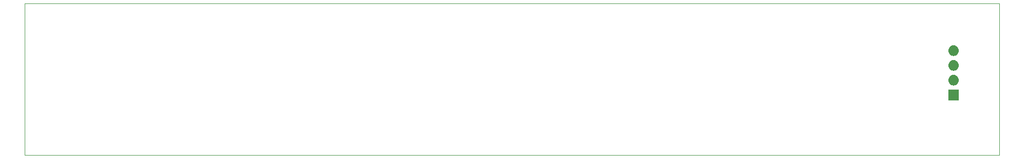
<source format=gbr>
G04 #@! TF.GenerationSoftware,KiCad,Pcbnew,(5.1.4)-1*
G04 #@! TF.CreationDate,2019-10-05T20:16:33-07:00*
G04 #@! TF.ProjectId,teh,7465682e-6b69-4636-9164-5f7063625858,rev?*
G04 #@! TF.SameCoordinates,Original*
G04 #@! TF.FileFunction,Soldermask,Bot*
G04 #@! TF.FilePolarity,Negative*
%FSLAX46Y46*%
G04 Gerber Fmt 4.6, Leading zero omitted, Abs format (unit mm)*
G04 Created by KiCad (PCBNEW (5.1.4)-1) date 2019-10-05 20:16:33*
%MOMM*%
%LPD*%
G04 APERTURE LIST*
%ADD10C,0.050000*%
%ADD11C,0.150000*%
G04 APERTURE END LIST*
D10*
X91440000Y-38100000D02*
X258445000Y-38100000D01*
X91440000Y-64135000D02*
X91440000Y-38100000D01*
X258445000Y-64135000D02*
X91440000Y-64135000D01*
X258445000Y-38100000D02*
X258445000Y-64135000D01*
D11*
G36*
X251497400Y-54698200D02*
G01*
X249695400Y-54698200D01*
X249695400Y-52896200D01*
X251497400Y-52896200D01*
X251497400Y-54698200D01*
X251497400Y-54698200D01*
G37*
G36*
X250706842Y-50362718D02*
G01*
X250773027Y-50369237D01*
X250942866Y-50420757D01*
X251099391Y-50504422D01*
X251135129Y-50533752D01*
X251236586Y-50617014D01*
X251319848Y-50718471D01*
X251349178Y-50754209D01*
X251432843Y-50910734D01*
X251484363Y-51080573D01*
X251501759Y-51257200D01*
X251484363Y-51433827D01*
X251432843Y-51603666D01*
X251349178Y-51760191D01*
X251319848Y-51795929D01*
X251236586Y-51897386D01*
X251135129Y-51980648D01*
X251099391Y-52009978D01*
X250942866Y-52093643D01*
X250773027Y-52145163D01*
X250706842Y-52151682D01*
X250640660Y-52158200D01*
X250552140Y-52158200D01*
X250485958Y-52151682D01*
X250419773Y-52145163D01*
X250249934Y-52093643D01*
X250093409Y-52009978D01*
X250057671Y-51980648D01*
X249956214Y-51897386D01*
X249872952Y-51795929D01*
X249843622Y-51760191D01*
X249759957Y-51603666D01*
X249708437Y-51433827D01*
X249691041Y-51257200D01*
X249708437Y-51080573D01*
X249759957Y-50910734D01*
X249843622Y-50754209D01*
X249872952Y-50718471D01*
X249956214Y-50617014D01*
X250057671Y-50533752D01*
X250093409Y-50504422D01*
X250249934Y-50420757D01*
X250419773Y-50369237D01*
X250485957Y-50362719D01*
X250552140Y-50356200D01*
X250640660Y-50356200D01*
X250706842Y-50362718D01*
X250706842Y-50362718D01*
G37*
G36*
X250706842Y-47822718D02*
G01*
X250773027Y-47829237D01*
X250942866Y-47880757D01*
X251099391Y-47964422D01*
X251135129Y-47993752D01*
X251236586Y-48077014D01*
X251319848Y-48178471D01*
X251349178Y-48214209D01*
X251432843Y-48370734D01*
X251484363Y-48540573D01*
X251501759Y-48717200D01*
X251484363Y-48893827D01*
X251432843Y-49063666D01*
X251349178Y-49220191D01*
X251319848Y-49255929D01*
X251236586Y-49357386D01*
X251135129Y-49440648D01*
X251099391Y-49469978D01*
X250942866Y-49553643D01*
X250773027Y-49605163D01*
X250706843Y-49611681D01*
X250640660Y-49618200D01*
X250552140Y-49618200D01*
X250485958Y-49611682D01*
X250419773Y-49605163D01*
X250249934Y-49553643D01*
X250093409Y-49469978D01*
X250057671Y-49440648D01*
X249956214Y-49357386D01*
X249872952Y-49255929D01*
X249843622Y-49220191D01*
X249759957Y-49063666D01*
X249708437Y-48893827D01*
X249691041Y-48717200D01*
X249708437Y-48540573D01*
X249759957Y-48370734D01*
X249843622Y-48214209D01*
X249872952Y-48178471D01*
X249956214Y-48077014D01*
X250057671Y-47993752D01*
X250093409Y-47964422D01*
X250249934Y-47880757D01*
X250419773Y-47829237D01*
X250485958Y-47822718D01*
X250552140Y-47816200D01*
X250640660Y-47816200D01*
X250706842Y-47822718D01*
X250706842Y-47822718D01*
G37*
G36*
X250706843Y-45282719D02*
G01*
X250773027Y-45289237D01*
X250942866Y-45340757D01*
X251099391Y-45424422D01*
X251135129Y-45453752D01*
X251236586Y-45537014D01*
X251319848Y-45638471D01*
X251349178Y-45674209D01*
X251432843Y-45830734D01*
X251484363Y-46000573D01*
X251501759Y-46177200D01*
X251484363Y-46353827D01*
X251432843Y-46523666D01*
X251349178Y-46680191D01*
X251319848Y-46715929D01*
X251236586Y-46817386D01*
X251135129Y-46900648D01*
X251099391Y-46929978D01*
X250942866Y-47013643D01*
X250773027Y-47065163D01*
X250706843Y-47071681D01*
X250640660Y-47078200D01*
X250552140Y-47078200D01*
X250485957Y-47071681D01*
X250419773Y-47065163D01*
X250249934Y-47013643D01*
X250093409Y-46929978D01*
X250057671Y-46900648D01*
X249956214Y-46817386D01*
X249872952Y-46715929D01*
X249843622Y-46680191D01*
X249759957Y-46523666D01*
X249708437Y-46353827D01*
X249691041Y-46177200D01*
X249708437Y-46000573D01*
X249759957Y-45830734D01*
X249843622Y-45674209D01*
X249872952Y-45638471D01*
X249956214Y-45537014D01*
X250057671Y-45453752D01*
X250093409Y-45424422D01*
X250249934Y-45340757D01*
X250419773Y-45289237D01*
X250485958Y-45282718D01*
X250552140Y-45276200D01*
X250640660Y-45276200D01*
X250706843Y-45282719D01*
X250706843Y-45282719D01*
G37*
M02*

</source>
